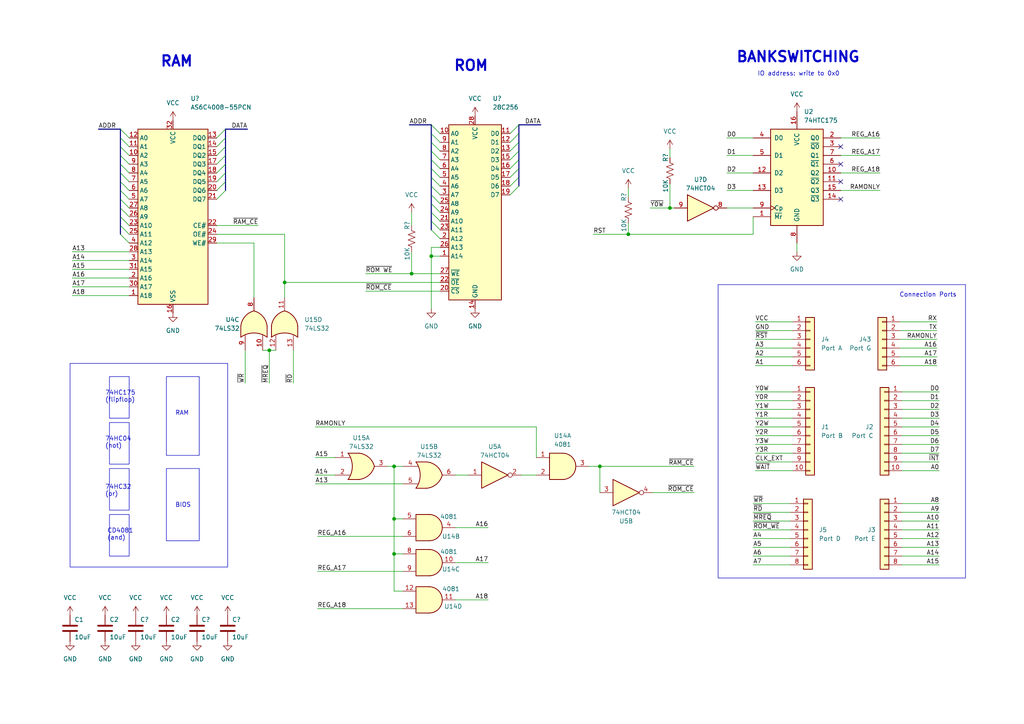
<source format=kicad_sch>
(kicad_sch (version 20230121) (generator eeschema)
  (paper "A4")
  (lib_symbols
    (symbol "4xxx:4081" (pin_names (offset 1.016))
      (property "Reference" "U" (at 0 1.27 0))
      (property "Value" "4081" (at 0 -1.27 0))
      (symbol "4081_1_1"
        (pin input line (at -7.62 2.54 0) (length 3.81) (name "~") (number "1"))
        (pin input line (at -7.62 -2.54 0) (length 3.81) (name "~") (number "2"))
        (pin output line (at 7.62 0 180) (length 3.81) (name "~") (number "3"))
      )
      (symbol "4081_1_2"
        (pin input inverted (at -7.62 2.54 0) (length 4.318) (name "~") (number "1"))
        (pin input inverted (at -7.62 -2.54 0) (length 4.318) (name "~") (number "2"))
        (pin output inverted (at 7.62 0 180) (length 3.81) (name "~") (number "3"))
      )
      (symbol "4081_2_1"
        (pin output line (at 7.62 0 180) (length 3.81) (name "~") (number "4"))
        (pin input line (at -7.62 2.54 0) (length 3.81) (name "~") (number "5"))
        (pin input line (at -7.62 -2.54 0) (length 3.81) (name "~") (number "6"))
      )
      (symbol "4081_2_2"
        (pin output inverted (at 7.62 0 180) (length 3.81) (name "~") (number "4"))
        (pin input inverted (at -7.62 2.54 0) (length 4.318) (name "~") (number "5"))
        (pin input inverted (at -7.62 -2.54 0) (length 4.318) (name "~") (number "6"))
      )
      (symbol "4081_3_1"
        (pin output line (at 7.62 0 180) (length 3.81) (name "~") (number "10"))
        (pin input line (at -7.62 2.54 0) (length 3.81) (name "~") (number "8"))
        (pin input line (at -7.62 -2.54 0) (length 3.81) (name "~") (number "9"))
      )
      (symbol "4081_3_2"
        (pin output inverted (at 7.62 0 180) (length 3.81) (name "~") (number "10"))
        (pin input inverted (at -7.62 2.54 0) (length 4.318) (name "~") (number "8"))
        (pin input inverted (at -7.62 -2.54 0) (length 4.318) (name "~") (number "9"))
      )
      (symbol "4081_4_1"
        (pin output line (at 7.62 0 180) (length 3.81) (name "~") (number "11"))
        (pin input line (at -7.62 2.54 0) (length 3.81) (name "~") (number "12"))
        (pin input line (at -7.62 -2.54 0) (length 3.81) (name "~") (number "13"))
      )
      (symbol "4081_4_2"
        (pin output inverted (at 7.62 0 180) (length 3.81) (name "~") (number "11"))
        (pin input inverted (at -7.62 2.54 0) (length 4.318) (name "~") (number "12"))
        (pin input inverted (at -7.62 -2.54 0) (length 4.318) (name "~") (number "13"))
      )
      (symbol "4081_5_0"
        (pin power_in line (at 0 12.7 270) (length 5.08) (name "VDD") (number "14"))
        (pin power_in line (at 0 -12.7 90) (length 5.08) (name "VSS") (number "7"))
      )
    )
    (symbol "74xx:74HCT04"
      (property "Reference" "U" (at 0 1.27 0))
      (property "Value" "74HCT04" (at 0 -1.27 0))
      (symbol "74HCT04_1_0"
        (pin input line (at -7.62 0 0) (length 3.81) (name "~") (number "1"))
        (pin output inverted (at 7.62 0 180) (length 3.81) (name "~") (number "2"))
      )
      (symbol "74HCT04_2_0"
        (pin input line (at -7.62 0 0) (length 3.81) (name "~") (number "3"))
        (pin output inverted (at 7.62 0 180) (length 3.81) (name "~") (number "4"))
      )
      (symbol "74HCT04_3_0"
        (pin input line (at -7.62 0 0) (length 3.81) (name "~") (number "5"))
        (pin output inverted (at 7.62 0 180) (length 3.81) (name "~") (number "6"))
      )
      (symbol "74HCT04_4_0"
        (pin output inverted (at 7.62 0 180) (length 3.81) (name "~") (number "8"))
        (pin input line (at -7.62 0 0) (length 3.81) (name "~") (number "9"))
      )
      (symbol "74HCT04_5_0"
        (pin output inverted (at 7.62 0 180) (length 3.81) (name "~") (number "10"))
        (pin input line (at -7.62 0 0) (length 3.81) (name "~") (number "11"))
      )
      (symbol "74HCT04_6_0"
        (pin output inverted (at 7.62 0 180) (length 3.81) (name "~") (number "12"))
        (pin input line (at -7.62 0 0) (length 3.81) (name "~") (number "13"))
      )
      (symbol "74HCT04_7_0"
        (pin power_in line (at 0 12.7 270) (length 5.08) (name "VCC") (number "14"))
        (pin power_in line (at 0 -12.7 90) (length 5.08) (name "GND") (number "7"))
      )
    )
    (symbol "74xx:74LS175" (pin_names (offset 1.016))
      (property "Reference" "U" (at -7.62 13.97 0))
      (property "Value" "74LS175" (at -7.62 -16.51 0))
      (symbol "74LS175_1_0"
        (pin input line (at -12.7 -12.7 0) (length 5.08) (name "~{Mr}") (number "1"))
        (pin output line (at 12.7 0 180) (length 5.08) (name "Q2") (number "10"))
        (pin output line (at 12.7 -2.54 180) (length 5.08) (name "~{Q2}") (number "11"))
        (pin input line (at -12.7 0 0) (length 5.08) (name "D2") (number "12"))
        (pin input line (at -12.7 -5.08 0) (length 5.08) (name "D3") (number "13"))
        (pin output line (at 12.7 -7.62 180) (length 5.08) (name "~{Q3}") (number "14"))
        (pin output line (at 12.7 -5.08 180) (length 5.08) (name "Q3") (number "15"))
        (pin power_in line (at 0 17.78 270) (length 5.08) (name "VCC") (number "16"))
        (pin output line (at 12.7 10.16 180) (length 5.08) (name "Q0") (number "2"))
        (pin output line (at 12.7 7.62 180) (length 5.08) (name "~{Q0}") (number "3"))
        (pin input line (at -12.7 10.16 0) (length 5.08) (name "D0") (number "4"))
        (pin input line (at -12.7 5.08 0) (length 5.08) (name "D1") (number "5"))
        (pin output line (at 12.7 2.54 180) (length 5.08) (name "~{Q1}") (number "6"))
        (pin output line (at 12.7 5.08 180) (length 5.08) (name "Q1") (number "7"))
        (pin power_in line (at 0 -20.32 90) (length 5.08) (name "GND") (number "8"))
        (pin input clock (at -12.7 -10.16 0) (length 5.08) (name "Cp") (number "9"))
      )
    )
    (symbol "74xx:74LS32" (pin_names (offset 1.016))
      (property "Reference" "U" (at 0 1.27 0))
      (property "Value" "74LS32" (at 0 -1.27 0))
      (symbol "74LS32_1_1"
        (pin input line (at -7.62 2.54 0) (length 4.318) (name "~") (number "1"))
        (pin input line (at -7.62 -2.54 0) (length 4.318) (name "~") (number "2"))
        (pin output line (at 7.62 0 180) (length 3.81) (name "~") (number "3"))
      )
      (symbol "74LS32_1_2"
        (pin input inverted (at -7.62 2.54 0) (length 3.81) (name "~") (number "1"))
        (pin input inverted (at -7.62 -2.54 0) (length 3.81) (name "~") (number "2"))
        (pin output inverted (at 7.62 0 180) (length 3.81) (name "~") (number "3"))
      )
      (symbol "74LS32_2_1"
        (pin input line (at -7.62 2.54 0) (length 4.318) (name "~") (number "4"))
        (pin input line (at -7.62 -2.54 0) (length 4.318) (name "~") (number "5"))
        (pin output line (at 7.62 0 180) (length 3.81) (name "~") (number "6"))
      )
      (symbol "74LS32_2_2"
        (pin input inverted (at -7.62 2.54 0) (length 3.81) (name "~") (number "4"))
        (pin input inverted (at -7.62 -2.54 0) (length 3.81) (name "~") (number "5"))
        (pin output inverted (at 7.62 0 180) (length 3.81) (name "~") (number "6"))
      )
      (symbol "74LS32_3_1"
        (pin input line (at -7.62 -2.54 0) (length 4.318) (name "~") (number "10"))
        (pin output line (at 7.62 0 180) (length 3.81) (name "~") (number "8"))
        (pin input line (at -7.62 2.54 0) (length 4.318) (name "~") (number "9"))
      )
      (symbol "74LS32_3_2"
        (pin input inverted (at -7.62 -2.54 0) (length 3.81) (name "~") (number "10"))
        (pin output inverted (at 7.62 0 180) (length 3.81) (name "~") (number "8"))
        (pin input inverted (at -7.62 2.54 0) (length 3.81) (name "~") (number "9"))
      )
      (symbol "74LS32_4_1"
        (pin output line (at 7.62 0 180) (length 3.81) (name "~") (number "11"))
        (pin input line (at -7.62 2.54 0) (length 4.318) (name "~") (number "12"))
        (pin input line (at -7.62 -2.54 0) (length 4.318) (name "~") (number "13"))
      )
      (symbol "74LS32_4_2"
        (pin output inverted (at 7.62 0 180) (length 3.81) (name "~") (number "11"))
        (pin input inverted (at -7.62 2.54 0) (length 3.81) (name "~") (number "12"))
        (pin input inverted (at -7.62 -2.54 0) (length 3.81) (name "~") (number "13"))
      )
      (symbol "74LS32_5_0"
        (pin power_in line (at 0 12.7 270) (length 5.08) (name "VCC") (number "14"))
        (pin power_in line (at 0 -12.7 90) (length 5.08) (name "GND") (number "7"))
      )
    )
    (symbol "Connector_Generic:Conn_01x06" (pin_names (offset 1.016) hide)
      (property "Reference" "J" (at 0 7.62 0))
      (property "Value" "Conn_01x06" (at 0 -10.16 0))
      (symbol "Conn_01x06_1_1"
        (pin passive line (at -5.08 5.08 0) (length 3.81) (name "Pin_1") (number "1"))
        (pin passive line (at -5.08 2.54 0) (length 3.81) (name "Pin_2") (number "2"))
        (pin passive line (at -5.08 0 0) (length 3.81) (name "Pin_3") (number "3"))
        (pin passive line (at -5.08 -2.54 0) (length 3.81) (name "Pin_4") (number "4"))
        (pin passive line (at -5.08 -5.08 0) (length 3.81) (name "Pin_5") (number "5"))
        (pin passive line (at -5.08 -7.62 0) (length 3.81) (name "Pin_6") (number "6"))
      )
    )
    (symbol "Connector_Generic:Conn_01x08" (pin_names (offset 1.016) hide)
      (property "Reference" "J" (at 0 10.16 0))
      (property "Value" "Conn_01x08" (at 0 -12.7 0))
      (symbol "Conn_01x08_1_1"
        (pin passive line (at -5.08 7.62 0) (length 3.81) (name "Pin_1") (number "1"))
        (pin passive line (at -5.08 5.08 0) (length 3.81) (name "Pin_2") (number "2"))
        (pin passive line (at -5.08 2.54 0) (length 3.81) (name "Pin_3") (number "3"))
        (pin passive line (at -5.08 0 0) (length 3.81) (name "Pin_4") (number "4"))
        (pin passive line (at -5.08 -2.54 0) (length 3.81) (name "Pin_5") (number "5"))
        (pin passive line (at -5.08 -5.08 0) (length 3.81) (name "Pin_6") (number "6"))
        (pin passive line (at -5.08 -7.62 0) (length 3.81) (name "Pin_7") (number "7"))
        (pin passive line (at -5.08 -10.16 0) (length 3.81) (name "Pin_8") (number "8"))
      )
    )
    (symbol "Connector_Generic:Conn_01x10" (pin_names (offset 1.016) hide)
      (property "Reference" "J" (at 0 12.7 0))
      (property "Value" "Conn_01x10" (at 0 -15.24 0))
      (symbol "Conn_01x10_1_1"
        (pin passive line (at -5.08 10.16 0) (length 3.81) (name "Pin_1") (number "1"))
        (pin passive line (at -5.08 -12.7 0) (length 3.81) (name "Pin_10") (number "10"))
        (pin passive line (at -5.08 7.62 0) (length 3.81) (name "Pin_2") (number "2"))
        (pin passive line (at -5.08 5.08 0) (length 3.81) (name "Pin_3") (number "3"))
        (pin passive line (at -5.08 2.54 0) (length 3.81) (name "Pin_4") (number "4"))
        (pin passive line (at -5.08 0 0) (length 3.81) (name "Pin_5") (number "5"))
        (pin passive line (at -5.08 -2.54 0) (length 3.81) (name "Pin_6") (number "6"))
        (pin passive line (at -5.08 -5.08 0) (length 3.81) (name "Pin_7") (number "7"))
        (pin passive line (at -5.08 -7.62 0) (length 3.81) (name "Pin_8") (number "8"))
        (pin passive line (at -5.08 -10.16 0) (length 3.81) (name "Pin_9") (number "9"))
      )
    )
    (symbol "Device:C" (pin_numbers hide) (pin_names (offset 0.254))
      (property "Reference" "C" (at 0.635 2.54 0))
      (property "Value" "C" (at 0.635 -2.54 0))
      (symbol "C_1_1"
        (pin passive line (at 0 3.81 270) (length 2.794) (name "~") (number "1"))
        (pin passive line (at 0 -3.81 90) (length 2.794) (name "~") (number "2"))
      )
    )
    (symbol "Device:R_US" (pin_numbers hide) (pin_names (offset 0))
      (property "Reference" "R" (at 2.54 0 90))
      (property "Value" "R_US" (at -2.54 0 90))
      (symbol "R_US_1_1"
        (pin passive line (at 0 3.81 270) (length 1.27) (name "~") (number "1"))
        (pin passive line (at 0 -3.81 90) (length 1.27) (name "~") (number "2"))
      )
    )
    (symbol "Memory_EEPROM:28C256"
      (property "Reference" "U" (at -7.62 26.67 0))
      (property "Value" "28C256" (at 2.54 -26.67 0))
      (symbol "28C256_1_1"
        (pin input line (at -10.16 -12.7 0) (length 2.54) (name "A14") (number "1"))
        (pin input line (at -10.16 22.86 0) (length 2.54) (name "A0") (number "10"))
        (pin tri_state line (at 10.16 22.86 180) (length 2.54) (name "D0") (number "11"))
        (pin tri_state line (at 10.16 20.32 180) (length 2.54) (name "D1") (number "12"))
        (pin tri_state line (at 10.16 17.78 180) (length 2.54) (name "D2") (number "13"))
        (pin power_in line (at 0 -27.94 90) (length 2.54) (name "GND") (number "14"))
        (pin tri_state line (at 10.16 15.24 180) (length 2.54) (name "D3") (number "15"))
        (pin tri_state line (at 10.16 12.7 180) (length 2.54) (name "D4") (number "16"))
        (pin tri_state line (at 10.16 10.16 180) (length 2.54) (name "D5") (number "17"))
        (pin tri_state line (at 10.16 7.62 180) (length 2.54) (name "D6") (number "18"))
        (pin tri_state line (at 10.16 5.08 180) (length 2.54) (name "D7") (number "19"))
        (pin input line (at -10.16 -7.62 0) (length 2.54) (name "A12") (number "2"))
        (pin input line (at -10.16 -22.86 0) (length 2.54) (name "~{CS}") (number "20"))
        (pin input line (at -10.16 -2.54 0) (length 2.54) (name "A10") (number "21"))
        (pin input line (at -10.16 -20.32 0) (length 2.54) (name "~{OE}") (number "22"))
        (pin input line (at -10.16 -5.08 0) (length 2.54) (name "A11") (number "23"))
        (pin input line (at -10.16 0 0) (length 2.54) (name "A9") (number "24"))
        (pin input line (at -10.16 2.54 0) (length 2.54) (name "A8") (number "25"))
        (pin input line (at -10.16 -10.16 0) (length 2.54) (name "A13") (number "26"))
        (pin input line (at -10.16 -17.78 0) (length 2.54) (name "~{WE}") (number "27"))
        (pin power_in line (at 0 27.94 270) (length 2.54) (name "VCC") (number "28"))
        (pin input line (at -10.16 5.08 0) (length 2.54) (name "A7") (number "3"))
        (pin input line (at -10.16 7.62 0) (length 2.54) (name "A6") (number "4"))
        (pin input line (at -10.16 10.16 0) (length 2.54) (name "A5") (number "5"))
        (pin input line (at -10.16 12.7 0) (length 2.54) (name "A4") (number "6"))
        (pin input line (at -10.16 15.24 0) (length 2.54) (name "A3") (number "7"))
        (pin input line (at -10.16 17.78 0) (length 2.54) (name "A2") (number "8"))
        (pin input line (at -10.16 20.32 0) (length 2.54) (name "A1") (number "9"))
      )
    )
    (symbol "Memory_RAM:AS6C4008-55PCN"
      (property "Reference" "U" (at -10.16 26.035 0))
      (property "Value" "AS6C4008-55PCN" (at 2.54 26.035 0))
      (symbol "AS6C4008-55PCN_0_0"
        (pin power_in line (at 0 -27.94 90) (length 2.54) (name "VSS") (number "16"))
        (pin power_in line (at 0 27.94 270) (length 2.54) (name "VCC") (number "32"))
      )
      (symbol "AS6C4008-55PCN_1_1"
        (pin input line (at -12.7 -22.86 0) (length 2.54) (name "A18") (number "1"))
        (pin input line (at -12.7 17.78 0) (length 2.54) (name "A2") (number "10"))
        (pin input line (at -12.7 20.32 0) (length 2.54) (name "A1") (number "11"))
        (pin input line (at -12.7 22.86 0) (length 2.54) (name "A0") (number "12"))
        (pin tri_state line (at 12.7 22.86 180) (length 2.54) (name "DQ0") (number "13"))
        (pin tri_state line (at 12.7 20.32 180) (length 2.54) (name "DQ1") (number "14"))
        (pin tri_state line (at 12.7 17.78 180) (length 2.54) (name "DQ2") (number "15"))
        (pin tri_state line (at 12.7 15.24 180) (length 2.54) (name "DQ3") (number "17"))
        (pin tri_state line (at 12.7 12.7 180) (length 2.54) (name "DQ4") (number "18"))
        (pin tri_state line (at 12.7 10.16 180) (length 2.54) (name "DQ5") (number "19"))
        (pin input line (at -12.7 -17.78 0) (length 2.54) (name "A16") (number "2"))
        (pin tri_state line (at 12.7 7.62 180) (length 2.54) (name "DQ6") (number "20"))
        (pin tri_state line (at 12.7 5.08 180) (length 2.54) (name "DQ7") (number "21"))
        (pin input line (at 12.7 -2.54 180) (length 2.54) (name "CE#") (number "22"))
        (pin input line (at -12.7 -2.54 0) (length 2.54) (name "A10") (number "23"))
        (pin input line (at 12.7 -5.08 180) (length 2.54) (name "OE#") (number "24"))
        (pin input line (at -12.7 -5.08 0) (length 2.54) (name "A11") (number "25"))
        (pin input line (at -12.7 0 0) (length 2.54) (name "A9") (number "26"))
        (pin input line (at -12.7 2.54 0) (length 2.54) (name "A8") (number "27"))
        (pin input line (at -12.7 -10.16 0) (length 2.54) (name "A13") (number "28"))
        (pin input line (at 12.7 -7.62 180) (length 2.54) (name "WE#") (number "29"))
        (pin input line (at -12.7 -12.7 0) (length 2.54) (name "A14") (number "3"))
        (pin input line (at -12.7 -20.32 0) (length 2.54) (name "A17") (number "30"))
        (pin input line (at -12.7 -15.24 0) (length 2.54) (name "A15") (number "31"))
        (pin input line (at -12.7 -7.62 0) (length 2.54) (name "A12") (number "4"))
        (pin input line (at -12.7 5.08 0) (length 2.54) (name "A7") (number "5"))
        (pin input line (at -12.7 7.62 0) (length 2.54) (name "A6") (number "6"))
        (pin input line (at -12.7 10.16 0) (length 2.54) (name "A5") (number "7"))
        (pin input line (at -12.7 12.7 0) (length 2.54) (name "A4") (number "8"))
        (pin input line (at -12.7 15.24 0) (length 2.54) (name "A3") (number "9"))
      )
    )
    (symbol "power:GND" (power) (pin_names (offset 0))
      (property "Value" "GND" (at 0 -3.81 0))
      (symbol "GND_1_1"
        (pin power_in line (at 0 0 270) (length 0) hide (name "GND") (number "1"))
      )
    )
    (symbol "power:VCC" (power) (pin_names (offset 0))
      (property "Value" "VCC" (at 0 3.81 0))
      (symbol "VCC_1_1"
        (pin power_in line (at 0 0 90) (length 0) hide (name "VCC") (number "1"))
      )
    )
  )
  (junction (at 182.245 67.945))
  (junction (at 114.3 160.655))
  (junction (at 78.105 101.6))
  (junction (at 114.3 150.495))
  (junction (at 125.095 74.295))
  (junction (at 194.31 60.325))
  (junction (at 173.99 135.255))
  (junction (at 82.55 81.915))
  (junction (at 119.38 79.375))
  (junction (at 114.3 135.255))
  (no_connect (at 243.84 52.705))
  (no_connect (at 243.84 47.625))
  (no_connect (at 243.84 57.785))
  (no_connect (at 243.84 42.545))
  (bus_entry (at 34.925 47.625) (size 2.54 2.54))
  (bus_entry (at 150.495 53.975) (size -2.54 2.54))
  (bus_entry (at 125.095 53.975) (size 2.54 2.54))
  (bus_entry (at 150.495 43.815) (size -2.54 2.54))
  (bus_entry (at 34.925 65.405) (size 2.54 2.54))
  (bus_entry (at 125.095 56.515) (size 2.54 2.54))
  (bus_entry (at 125.095 61.595) (size 2.54 2.54))
  (bus_entry (at 125.095 41.275) (size 2.54 2.54))
  (bus_entry (at 34.925 62.865) (size 2.54 2.54))
  (bus_entry (at 150.495 51.435) (size -2.54 2.54))
  (bus_entry (at 125.095 64.135) (size 2.54 2.54))
  (bus_entry (at 125.095 66.675) (size 2.54 2.54))
  (bus_entry (at 65.405 50.165) (size -2.54 2.54))
  (bus_entry (at 65.405 40.005) (size -2.54 2.54))
  (bus_entry (at 34.925 40.005) (size 2.54 2.54))
  (bus_entry (at 150.495 36.195) (size -2.54 2.54))
  (bus_entry (at 34.925 60.325) (size 2.54 2.54))
  (bus_entry (at 125.095 43.815) (size 2.54 2.54))
  (bus_entry (at 34.925 42.545) (size 2.54 2.54))
  (bus_entry (at 125.095 48.895) (size 2.54 2.54))
  (bus_entry (at 34.925 37.465) (size 2.54 2.54))
  (bus_entry (at 65.405 47.625) (size -2.54 2.54))
  (bus_entry (at 150.495 38.735) (size -2.54 2.54))
  (bus_entry (at 125.095 51.435) (size 2.54 2.54))
  (bus_entry (at 125.095 36.195) (size 2.54 2.54))
  (bus_entry (at 65.405 55.245) (size -2.54 2.54))
  (bus_entry (at 125.095 59.055) (size 2.54 2.54))
  (bus_entry (at 65.405 42.545) (size -2.54 2.54))
  (bus_entry (at 34.925 50.165) (size 2.54 2.54))
  (bus_entry (at 150.495 48.895) (size -2.54 2.54))
  (bus_entry (at 150.495 41.275) (size -2.54 2.54))
  (bus_entry (at 34.925 67.945) (size 2.54 2.54))
  (bus_entry (at 34.925 45.085) (size 2.54 2.54))
  (bus_entry (at 65.405 45.085) (size -2.54 2.54))
  (bus_entry (at 65.405 37.465) (size -2.54 2.54))
  (bus_entry (at 65.405 52.705) (size -2.54 2.54))
  (bus_entry (at 125.095 38.735) (size 2.54 2.54))
  (bus_entry (at 125.095 46.355) (size 2.54 2.54))
  (bus_entry (at 34.925 52.705) (size 2.54 2.54))
  (bus_entry (at 150.495 46.355) (size -2.54 2.54))
  (bus_entry (at 34.925 55.245) (size 2.54 2.54))
  (bus_entry (at 34.925 57.785) (size 2.54 2.54))
  (wire (pts (xy 114.3 171.45) (xy 116.84 171.45)))
  (wire (pts (xy 272.415 116.205) (xy 261.62 116.205)))
  (bus (pts (xy 118.745 36.195) (xy 125.095 36.195)))
  (wire (pts (xy 210.82 55.245) (xy 218.44 55.245)))
  (wire (pts (xy 271.78 103.505) (xy 260.985 103.505)))
  (wire (pts (xy 218.44 153.67) (xy 229.235 153.67)))
  (wire (pts (xy 218.44 151.13) (xy 229.235 151.13)))
  (wire (pts (xy 151.13 137.795) (xy 155.575 137.795)))
  (wire (pts (xy 219.075 131.445) (xy 229.87 131.445)))
  (wire (pts (xy 272.415 128.905) (xy 261.62 128.905)))
  (wire (pts (xy 219.075 136.525) (xy 229.87 136.525)))
  (wire (pts (xy 194.31 60.325) (xy 195.58 60.325)))
  (wire (pts (xy 73.66 86.36) (xy 73.66 70.485)))
  (wire (pts (xy 188.595 60.325) (xy 194.31 60.325)))
  (wire (pts (xy 82.55 86.36) (xy 82.55 81.915)))
  (bus (pts (xy 125.095 43.815) (xy 125.095 41.275)))
  (bus (pts (xy 65.405 50.165) (xy 65.405 47.625)))
  (wire (pts (xy 219.075 123.825) (xy 229.87 123.825)))
  (bus (pts (xy 34.925 40.005) (xy 34.925 37.465)))
  (bus (pts (xy 150.495 38.735) (xy 150.495 36.195)))
  (wire (pts (xy 91.44 123.825) (xy 155.575 123.825)))
  (wire (pts (xy 20.955 75.565) (xy 37.465 75.565)))
  (wire (pts (xy 119.38 73.025) (xy 119.38 79.375)))
  (wire (pts (xy 182.245 67.945) (xy 182.245 64.77)))
  (wire (pts (xy 219.075 93.345) (xy 229.87 93.345)))
  (wire (pts (xy 255.27 40.005) (xy 243.84 40.005)))
  (bus (pts (xy 34.925 57.785) (xy 34.925 55.245)))
  (wire (pts (xy 219.075 121.285) (xy 229.87 121.285)))
  (bus (pts (xy 125.095 51.435) (xy 125.095 48.895)))
  (bus (pts (xy 65.405 42.545) (xy 65.405 40.005)))
  (wire (pts (xy 73.66 70.485) (xy 62.865 70.485)))
  (wire (pts (xy 271.78 93.345) (xy 260.985 93.345)))
  (wire (pts (xy 218.44 67.945) (xy 218.44 62.865)))
  (bus (pts (xy 125.095 64.135) (xy 125.095 61.595)))
  (wire (pts (xy 272.415 121.285) (xy 261.62 121.285)))
  (wire (pts (xy 132.08 173.99) (xy 141.605 173.99)))
  (bus (pts (xy 125.095 38.735) (xy 125.095 36.195)))
  (wire (pts (xy 219.075 106.045) (xy 229.87 106.045)))
  (wire (pts (xy 182.245 67.945) (xy 218.44 67.945)))
  (wire (pts (xy 218.44 148.59) (xy 229.235 148.59)))
  (wire (pts (xy 219.075 128.905) (xy 229.87 128.905)))
  (wire (pts (xy 272.415 131.445) (xy 261.62 131.445)))
  (wire (pts (xy 219.075 103.505) (xy 229.87 103.505)))
  (wire (pts (xy 125.095 74.295) (xy 127.635 74.295)))
  (bus (pts (xy 150.495 48.895) (xy 150.495 46.355)))
  (bus (pts (xy 125.095 53.975) (xy 125.095 51.435)))
  (wire (pts (xy 271.78 100.965) (xy 260.985 100.965)))
  (wire (pts (xy 76.2 101.6) (xy 78.105 101.6)))
  (wire (pts (xy 114.3 160.655) (xy 116.84 160.655)))
  (wire (pts (xy 172.085 67.945) (xy 182.245 67.945)))
  (wire (pts (xy 114.3 150.495) (xy 114.3 160.655)))
  (wire (pts (xy 218.44 146.05) (xy 229.235 146.05)))
  (bus (pts (xy 125.095 56.515) (xy 125.095 53.975)))
  (wire (pts (xy 272.415 151.13) (xy 261.62 151.13)))
  (wire (pts (xy 125.095 89.535) (xy 125.095 74.295)))
  (bus (pts (xy 150.495 43.815) (xy 150.495 41.275)))
  (wire (pts (xy 132.08 153.035) (xy 141.605 153.035)))
  (wire (pts (xy 272.415 123.825) (xy 261.62 123.825)))
  (bus (pts (xy 150.495 46.355) (xy 150.495 43.815)))
  (wire (pts (xy 272.415 113.665) (xy 261.62 113.665)))
  (wire (pts (xy 78.105 101.6) (xy 80.01 101.6)))
  (bus (pts (xy 34.925 45.085) (xy 34.925 42.545)))
  (wire (pts (xy 71.12 101.6) (xy 71.12 111.125)))
  (wire (pts (xy 106.045 79.375) (xy 119.38 79.375)))
  (bus (pts (xy 34.925 67.945) (xy 34.925 65.405)))
  (wire (pts (xy 82.55 81.915) (xy 82.55 67.945)))
  (wire (pts (xy 231.14 70.485) (xy 231.14 73.025)))
  (bus (pts (xy 150.495 53.975) (xy 150.495 51.435)))
  (wire (pts (xy 92.075 176.53) (xy 116.84 176.53)))
  (wire (pts (xy 272.415 153.67) (xy 261.62 153.67)))
  (wire (pts (xy 194.31 43.18) (xy 194.31 45.72)))
  (wire (pts (xy 62.865 65.405) (xy 74.93 65.405)))
  (wire (pts (xy 20.955 78.105) (xy 37.465 78.105)))
  (wire (pts (xy 132.08 163.195) (xy 141.605 163.195)))
  (wire (pts (xy 210.82 40.005) (xy 218.44 40.005)))
  (bus (pts (xy 65.405 52.705) (xy 65.405 50.165)))
  (wire (pts (xy 91.44 132.715) (xy 97.155 132.715)))
  (wire (pts (xy 62.865 67.945) (xy 82.55 67.945)))
  (wire (pts (xy 82.55 81.915) (xy 127.635 81.915)))
  (bus (pts (xy 125.095 66.675) (xy 125.095 64.135)))
  (bus (pts (xy 34.925 60.325) (xy 34.925 57.785)))
  (wire (pts (xy 78.105 101.6) (xy 78.105 111.125)))
  (bus (pts (xy 125.095 48.895) (xy 125.095 46.355)))
  (bus (pts (xy 125.095 59.055) (xy 125.095 56.515)))
  (bus (pts (xy 125.095 61.595) (xy 125.095 59.055)))
  (wire (pts (xy 255.27 45.085) (xy 243.84 45.085)))
  (wire (pts (xy 271.78 95.885) (xy 260.985 95.885)))
  (wire (pts (xy 173.99 135.255) (xy 173.99 142.875)))
  (bus (pts (xy 34.925 55.245) (xy 34.925 52.705)))
  (wire (pts (xy 272.415 161.29) (xy 261.62 161.29)))
  (wire (pts (xy 170.815 135.255) (xy 173.99 135.255)))
  (bus (pts (xy 65.405 40.005) (xy 65.405 37.465)))
  (wire (pts (xy 91.44 137.795) (xy 97.155 137.795)))
  (wire (pts (xy 272.415 148.59) (xy 261.62 148.59)))
  (wire (pts (xy 272.415 118.745) (xy 261.62 118.745)))
  (wire (pts (xy 20.955 73.025) (xy 37.465 73.025)))
  (bus (pts (xy 65.405 37.465) (xy 71.755 37.465)))
  (wire (pts (xy 218.44 163.83) (xy 229.235 163.83)))
  (wire (pts (xy 91.44 140.335) (xy 116.84 140.335)))
  (wire (pts (xy 92.075 165.735) (xy 116.84 165.735)))
  (wire (pts (xy 272.415 163.83) (xy 261.62 163.83)))
  (bus (pts (xy 65.405 47.625) (xy 65.405 45.085)))
  (bus (pts (xy 34.925 47.625) (xy 34.925 45.085)))
  (wire (pts (xy 20.955 83.185) (xy 37.465 83.185)))
  (wire (pts (xy 114.3 150.495) (xy 116.84 150.495)))
  (wire (pts (xy 272.415 136.525) (xy 261.62 136.525)))
  (wire (pts (xy 272.415 158.75) (xy 261.62 158.75)))
  (wire (pts (xy 173.99 135.255) (xy 201.295 135.255)))
  (wire (pts (xy 272.415 156.21) (xy 261.62 156.21)))
  (wire (pts (xy 189.23 142.875) (xy 201.295 142.875)))
  (bus (pts (xy 150.495 41.275) (xy 150.495 38.735)))
  (wire (pts (xy 272.415 146.05) (xy 261.62 146.05)))
  (bus (pts (xy 65.405 55.245) (xy 65.405 52.705)))
  (wire (pts (xy 114.3 160.655) (xy 114.3 171.45)))
  (bus (pts (xy 34.925 50.165) (xy 34.925 47.625)))
  (wire (pts (xy 112.395 135.255) (xy 114.3 135.255)))
  (wire (pts (xy 182.245 54.61) (xy 182.245 57.15)))
  (wire (pts (xy 119.38 79.375) (xy 127.635 79.375)))
  (bus (pts (xy 65.405 45.085) (xy 65.405 42.545)))
  (bus (pts (xy 125.095 46.355) (xy 125.095 43.815)))
  (bus (pts (xy 150.495 51.435) (xy 150.495 48.895)))
  (bus (pts (xy 28.575 37.465) (xy 34.925 37.465)))
  (bus (pts (xy 150.495 36.195) (xy 156.845 36.195)))
  (bus (pts (xy 34.925 65.405) (xy 34.925 62.865)))
  (wire (pts (xy 219.075 100.965) (xy 229.87 100.965)))
  (wire (pts (xy 210.82 45.085) (xy 218.44 45.085)))
  (wire (pts (xy 106.045 84.455) (xy 127.635 84.455)))
  (wire (pts (xy 218.44 161.29) (xy 229.235 161.29)))
  (wire (pts (xy 155.575 123.825) (xy 155.575 132.715)))
  (wire (pts (xy 85.09 101.6) (xy 85.09 111.125)))
  (wire (pts (xy 218.44 156.21) (xy 229.235 156.21)))
  (wire (pts (xy 219.075 113.665) (xy 229.87 113.665)))
  (wire (pts (xy 210.82 50.165) (xy 218.44 50.165)))
  (bus (pts (xy 34.925 62.865) (xy 34.925 60.325)))
  (wire (pts (xy 260.985 98.425) (xy 271.78 98.425)))
  (wire (pts (xy 20.955 80.645) (xy 37.465 80.645)))
  (wire (pts (xy 125.095 71.755) (xy 127.635 71.755)))
  (wire (pts (xy 219.075 98.425) (xy 229.87 98.425)))
  (wire (pts (xy 272.415 126.365) (xy 261.62 126.365)))
  (wire (pts (xy 20.955 85.725) (xy 37.465 85.725)))
  (wire (pts (xy 219.075 126.365) (xy 229.87 126.365)))
  (wire (pts (xy 272.415 133.985) (xy 261.62 133.985)))
  (wire (pts (xy 219.075 133.985) (xy 229.87 133.985)))
  (bus (pts (xy 34.925 52.705) (xy 34.925 50.165)))
  (wire (pts (xy 271.78 106.045) (xy 260.985 106.045)))
  (wire (pts (xy 218.44 158.75) (xy 229.235 158.75)))
  (wire (pts (xy 219.075 116.205) (xy 229.87 116.205)))
  (wire (pts (xy 132.08 137.795) (xy 135.89 137.795)))
  (wire (pts (xy 119.38 61.595) (xy 119.38 65.405)))
  (wire (pts (xy 125.095 74.295) (xy 125.095 71.755)))
  (wire (pts (xy 114.3 135.255) (xy 114.3 150.495)))
  (wire (pts (xy 219.075 118.745) (xy 229.87 118.745)))
  (wire (pts (xy 114.3 135.255) (xy 116.84 135.255)))
  (wire (pts (xy 219.075 95.885) (xy 229.87 95.885)))
  (wire (pts (xy 92.075 155.575) (xy 116.84 155.575)))
  (bus (pts (xy 125.095 41.275) (xy 125.095 38.735)))
  (wire (pts (xy 255.27 50.165) (xy 243.84 50.165)))
  (wire (pts (xy 243.84 55.245) (xy 255.27 55.245)))
  (wire (pts (xy 194.31 53.34) (xy 194.31 60.325)))
  (wire (pts (xy 210.82 60.325) (xy 218.44 60.325)))
  (bus (pts (xy 34.925 42.545) (xy 34.925 40.005)))
  (rectangle (start 48.26 135.89) (end 57.785 156.845))
  (rectangle (start 48.26 109.22) (end 57.785 132.08))
  (rectangle (start 208.28 82.55) (end 280.035 167.64))
  (rectangle (start 31.75 149.225) (end 37.465 161.29))
  (rectangle (start 20.32 105.41) (end 66.04 164.465))
  (rectangle (start 31.75 122.555) (end 37.465 134.62))
  (rectangle (start 31.75 135.89) (end 37.465 147.955))
  (rectangle (start 31.75 109.22) (end 37.465 121.285))
  (text "CD4081\n(and)" (at 31.115 156.845 0) (effects (font (size 1.27 1.27)) (justify left bottom)))
  (text "74HC32\n(or)" (at 30.48 144.145 0) (effects (font (size 1.27 1.27)) (justify left bottom)))
  (text "RAM" (at 46.355 19.685 0) (effects (font (size 3 3) (thickness 0.6) bold) (justify left bottom)))
  (text "Connection Ports" (at 277.495 86.36 0) (effects (font (size 1.27 1.27)) (justify right bottom)))
  (text "BIOS\n" (at 50.8 147.32 0) (effects (font (size 1.27 1.27)) (justify left bottom)))
  (text "74HC04\n(not)" (at 30.48 130.175 0) (effects (font (size 1.27 1.27)) (justify left bottom)))
  (text "BANKSWITCHING" (at 213.36 18.415 0) (effects (font (size 3 3) (thickness 0.6) bold) (justify left bottom)))
  (text "74HC175\n(flipflop)" (at 30.48 116.84 0) (effects (font (size 1.27 1.27)) (justify left bottom)))
  (text "IO address: write to 0x0" (at 219.71 22.225 0) (effects (font (size 1.27 1.27)) (justify left bottom)))
  (text "ROM" (at 131.445 20.955 0) (effects (font (size 3 3) (thickness 0.6) bold) (justify left bottom)))
  (text "RAM" (at 50.8 120.65 0) (effects (font (size 1.27 1.27)) (justify left bottom)))
  (label "D3" (at 210.82 55.245 0))
  (label "Y1R" (at 219.075 121.285 0))
  (label "Y1W" (at 219.075 118.745 0))
  (label "A12" (at 272.415 156.21 180))
  (label "D2" (at 210.82 50.165 0))
  (label "Y3R" (at 219.075 131.445 0))
  (label "RAMONLY" (at 91.44 123.825 0))
  (label "~{ROM_WE}" (at 218.44 153.67 0))
  (label "A9" (at 272.415 148.59 180))
  (label "DATA" (at 71.755 37.465 180))
  (label "ADDR" (at 118.745 36.195 0))
  (label "D3" (at 272.415 121.285 180))
  (label "A16" (at 271.78 100.965 180))
  (label "~{ROM_CE}" (at 106.045 84.455 0))
  (label "A3" (at 219.075 100.965 0))
  (label "A14" (at 91.44 137.795 0))
  (label "CLK_EXT" (at 219.075 133.985 0))
  (label "TX" (at 271.78 95.885 180))
  (label "A2" (at 219.075 103.505 0))
  (label "~{MREQ}" (at 218.44 151.13 0))
  (label "A4" (at 218.44 156.21 0))
  (label "A5" (at 218.44 158.75 0))
  (label "REG_A18" (at 92.075 176.53 0))
  (label "Y0R" (at 219.075 116.205 0))
  (label "D7" (at 272.415 131.445 180))
  (label "~{WAIT}" (at 219.075 136.525 0))
  (label "~{WR}" (at 218.44 146.05 0))
  (label "REG_A17" (at 255.27 45.085 180))
  (label "~{Y0W}" (at 188.595 60.325 0))
  (label "A7" (at 218.44 163.83 0))
  (label "~{RD}" (at 85.09 111.125 90))
  (label "REG_A18" (at 255.27 50.165 180))
  (label "~{ROM_CE}" (at 201.295 142.875 180))
  (label "GND" (at 219.075 95.885 0))
  (label "~{RD}" (at 218.44 148.59 0))
  (label "RAMONLY" (at 255.27 55.245 180))
  (label "REG_A16" (at 92.075 155.575 0))
  (label "~{MREQ}" (at 78.105 111.125 90))
  (label "Y2R" (at 219.075 126.365 0))
  (label "A6" (at 218.44 161.29 0))
  (label "A11" (at 272.415 153.67 180))
  (label "A17" (at 271.78 103.505 180))
  (label "D0" (at 272.415 113.665 180))
  (label "ADDR" (at 28.575 37.465 0))
  (label "A17" (at 20.955 83.185 0))
  (label "A15" (at 91.44 132.715 0))
  (label "A15" (at 20.955 78.105 0))
  (label "~{RST}" (at 219.075 98.425 0))
  (label "A15" (at 272.415 163.83 180))
  (label "A1" (at 219.075 106.045 0))
  (label "A14" (at 272.415 161.29 180))
  (label "D4" (at 272.415 123.825 180))
  (label "VCC" (at 219.075 93.345 0))
  (label "A13" (at 20.955 73.025 0))
  (label "Y2W" (at 219.075 123.825 0))
  (label "A18" (at 141.605 173.99 180))
  (label "A0" (at 272.415 136.525 180))
  (label "D6" (at 272.415 128.905 180))
  (label "A16" (at 20.955 80.645 0))
  (label "A10" (at 272.415 151.13 180))
  (label "D5" (at 272.415 126.365 180))
  (label "A13" (at 91.44 140.335 0))
  (label "D0" (at 210.82 40.005 0))
  (label "~{ROM WE}" (at 106.045 79.375 0))
  (label "D1" (at 210.82 45.085 0))
  (label "A13" (at 272.415 158.75 180))
  (label "~{RAM_CE}" (at 74.93 65.405 180))
  (label "Y0W" (at 219.075 113.665 0))
  (label "RST" (at 172.085 67.945 0))
  (label "A8" (at 272.415 146.05 180))
  (label "DATA" (at 156.845 36.195 180))
  (label "RAMONLY" (at 271.78 98.425 180))
  (label "A18" (at 271.78 106.045 180))
  (label "A16" (at 141.605 153.035 180))
  (label "~{WR}" (at 71.12 111.125 90))
  (label "~{RAM_CE}" (at 201.295 135.255 180))
  (label "A14" (at 20.955 75.565 0))
  (label "REG_A16" (at 255.27 40.005 180))
  (label "Y3W" (at 219.075 128.905 0))
  (label "RX" (at 271.78 93.345 180))
  (label "D2" (at 272.415 118.745 180))
  (label "A17" (at 141.605 163.195 180))
  (label "~{INT}" (at 272.415 133.985 180))
  (label "REG_A17" (at 92.075 165.735 0))
  (label "A18" (at 20.955 85.725 0))
  (label "D1" (at 272.415 116.205 180))
  (symbol (lib_id "power:VCC") (at 39.37 178.435 0) (unit 1)
    (property "Reference" "#PWR?" (effects hide))
    (property "Value" "VCC" (at 39.37 173.355 0))
    (instances (project "fortuna-s" (path "" (reference "#PWR?") (unit 1)) (path "" (reference "#PWR026") (unit 1))) (project "fortuna-box" (path "" (reference "#PWR073") (unit 1))))
  )
  (symbol (lib_id "4xxx:4081") (at 124.46 153.035 0) (unit 2)
    (property "Reference" "U14" (at 130.81 155.575 0))
    (property "Value" "4081" (at 130.175 149.86 0))
    (property "Datasheet" "http://www.intersil.com/content/dam/Intersil/documents/cd40/cd4073bms-81bms-82bms.pdf" (effects hide))
  )
  (symbol (lib_id "Device:C") (at 48.26 182.245 0) (unit 1)
    (property "Reference" "C2" (at 49.53 179.705 0) (effects (justify left)))
    (property "Value" "10uF" (at 49.53 184.785 0) (effects (justify left)))
    (instances (project "fortuna-s" (path "" (reference "C2") (unit 1)) (path "" (reference "C3") (unit 1))) (project "fortuna-box" (path "" (reference "C16") (unit 1))))
  )
  (symbol (lib_id "power:VCC") (at 119.38 61.595 0) (unit 1)
    (property "Reference" "#PWR?" (effects hide))
    (property "Value" "VCC" (at 119.38 56.515 0))
    (instances (project "fortuna-s" (path "" (reference "#PWR?") (unit 1)) (path "" (reference "#PWR020") (unit 1))) (project "fortuna-box" (path "" (reference "#PWR081") (unit 1))))
  )
  (symbol (lib_id "power:VCC") (at 57.15 178.435 0) (unit 1)
    (property "Reference" "#PWR?" (effects hide))
    (property "Value" "VCC" (at 57.15 173.355 0))
    (instances (project "fortuna-s" (path "" (reference "#PWR?") (unit 1)) (path "" (reference "#PWR026") (unit 1))) (project "fortuna-box" (path "" (reference "#PWR079") (unit 1))))
  )
  (symbol (lib_id "Device:R_US") (at 119.38 69.215 180) (unit 1)
    (property "Reference" "R?" (at 118.11 66.675 90) (effects (justify right)))
    (property "Value" "10K" (at 118.11 75.565 90) (effects (justify right)))
    (instances (project "fortuna-s" (path "" (reference "R?") (unit 1)) (path "" (reference "R4") (unit 1))) (project "fortuna-box" (path "" (reference "R26") (unit 1))))
  )
  (symbol (lib_id "power:VCC") (at 50.165 34.925 0) (unit 1)
    (property "Reference" "#PWR?" (effects hide))
    (property "Value" "VCC" (at 50.165 29.845 0))
    (instances (project "fortuna-s" (path "" (reference "#PWR?") (unit 1)) (path "" (reference "#PWR013") (unit 1))) (project "fortuna-box" (path "" (reference "#PWR077") (unit 1))))
  )
  (symbol (lib_id "Connector_Generic:Conn_01x06") (at 234.95 98.425 0) (unit 1)
    (property "Reference" "J4" (at 238.125 98.425 0) (effects (justify left)))
    (property "Value" "Port A" (at 238.125 100.965 0) (effects (justify left)))
    (instances (project "fortuna-box" (path "" (reference "J4") (unit 1)) (path "" (reference "J7") (unit 1)) (path "" (reference "J41") (unit 1))))
  )
  (symbol (lib_id "power:GND") (at 50.165 90.805 0) (unit 1)
    (property "Reference" "#PWR?" (effects hide))
    (property "Value" "GND" (at 50.165 95.885 0))
    (instances (project "fortuna-s" (path "" (reference "#PWR?") (unit 1)) (path "" (reference "#PWR019") (unit 1))) (project "fortuna-box" (path "" (reference "#PWR078") (unit 1))))
  )
  (symbol (lib_id "4xxx:4081") (at 163.195 135.255 0) (unit 1)
    (property "Reference" "U14" (at 163.1867 126.365 0))
    (property "Value" "4081" (at 163.1867 128.905 0))
    (property "Datasheet" "http://www.intersil.com/content/dam/Intersil/documents/cd40/cd4073bms-81bms-82bms.pdf" (effects hide))
  )
  (symbol (lib_id "Device:R_US") (at 182.245 60.96 180) (unit 1)
    (property "Reference" "R?" (at 180.975 58.42 90) (effects (justify right)))
    (property "Value" "10K" (at 180.975 67.31 90) (effects (justify right)))
    (instances (project "fortuna-s" (path "" (reference "R?") (unit 1)) (path "" (reference "R4") (unit 1))) (project "fortuna-box" (path "" (reference "R10") (unit 1))))
  )
  (symbol (lib_id "74xx:74HCT04") (at 181.61 142.875 0) (unit 2)
    (property "Reference" "U5" (at 181.61 151.13 0))
    (property "Value" "74HCT04" (at 181.61 148.59 0))
    (property "Datasheet" "https://assets.nexperia.com/documents/data-sheet/74HC_HCT04.pdf" (effects hide))
  )
  (symbol (lib_id "power:VCC") (at 20.32 178.435 0) (unit 1)
    (property "Reference" "#PWR06" (effects hide))
    (property "Value" "VCC" (at 20.32 173.355 0))
    (instances (project "fortuna-s" (path "" (reference "#PWR06") (unit 1)) (path "" (reference "#PWR08") (unit 1))) (project "fortuna-box" (path "" (reference "#PWR054") (unit 1))))
  )
  (symbol (lib_id "power:GND") (at 231.14 73.025 0) (unit 1)
    (property "Reference" "#PWR05" (effects hide))
    (property "Value" "GND" (at 231.14 78.105 0))
    (instances (project "fortuna-s" (path "" (reference "#PWR05") (unit 1)) (path "" (reference "#PWR05") (unit 1))) (project "fortuna-box" (path "" (reference "#PWR087") (unit 1))))
  )
  (symbol (lib_id "Device:C") (at 39.37 182.245 0) (unit 1)
    (property "Reference" "C?" (at 40.64 179.705 0) (effects (justify left)))
    (property "Value" "10uF" (at 40.64 184.785 0) (effects (justify left)))
    (instances (project "fortuna-s" (path "" (reference "C?") (unit 1)) (path "" (reference "C4") (unit 1))) (project "fortuna-box" (path "" (reference "C15") (unit 1))))
  )
  (symbol (lib_id "74xx:74LS175") (at 231.14 50.165 0) (unit 1)
    (property "Reference" "U2" (at 233.1594 32.385 0) (effects (justify left)))
    (property "Value" "74HTC175" (at 233.1594 34.925 0) (effects (justify left)))
    (property "Datasheet" "http://www.ti.com/lit/gpn/sn74LS175" (effects hide))
    (instances (project "fortuna-s" (path "" (reference "U2") (unit 1)) (path "" (reference "U2") (unit 1))) (project "fortuna-box" (path "" (reference "U18") (unit 1))))
  )
  (symbol (lib_id "74xx:74LS32") (at 104.775 135.255 0) (unit 1)
    (property "Reference" "U15" (at 104.775 127 0))
    (property "Value" "74LS32" (at 104.775 129.54 0))
    (property "Datasheet" "http://www.ti.com/lit/gpn/sn74LS32" (effects hide))
  )
  (symbol (lib_id "74xx:74LS32") (at 82.55 93.98 90) (unit 4)
    (property "Reference" "U15" (at 88.265 92.71 90) (effects (justify right)))
    (property "Value" "74LS32" (at 88.265 95.25 90) (effects (justify right)))
    (property "Datasheet" "http://www.ti.com/lit/gpn/sn74LS32" (effects hide))
  )
  (symbol (lib_id "power:GND") (at 137.795 89.535 0) (unit 1)
    (property "Reference" "#PWR?" (effects hide))
    (property "Value" "GND" (at 137.795 94.615 0))
    (instances (project "fortuna-s" (path "" (reference "#PWR?") (unit 1)) (path "" (reference "#PWR023") (unit 1))) (project "fortuna-box" (path "" (reference "#PWR085") (unit 1))))
  )
  (symbol (lib_id "power:VCC") (at 182.245 54.61 0) (unit 1)
    (property "Reference" "#PWR?" (effects hide))
    (property "Value" "VCC" (at 182.245 49.53 0))
    (instances (project "fortuna-s" (path "" (reference "#PWR?") (unit 1)) (path "" (reference "#PWR020") (unit 1))) (project "fortuna-box" (path "" (reference "#PWR018") (unit 1))))
  )
  (symbol (lib_id "Connector_Generic:Conn_01x10") (at 234.95 123.825 0) (unit 1)
    (property "Reference" "J1" (at 238.125 123.825 0) (effects (justify left)))
    (property "Value" "Port B" (at 238.125 126.365 0) (effects (justify left)))
    (instances (project "fortuna-box" (path "" (reference "J1") (unit 1)) (path "" (reference "J6") (unit 1))))
  )
  (symbol (lib_id "power:GND") (at 125.095 89.535 0) (unit 1)
    (property "Reference" "#PWR?" (effects hide))
    (property "Value" "GND" (at 125.095 94.615 0))
    (instances (project "fortuna-s" (path "" (reference "#PWR?") (unit 1)) (path "" (reference "#PWR021") (unit 1))) (project "fortuna-box" (path "" (reference "#PWR083") (unit 1))))
  )
  (symbol (lib_id "Device:C") (at 20.32 182.245 0) (unit 1)
    (property "Reference" "C1" (at 21.59 179.705 0) (effects (justify left)))
    (property "Value" "10uF" (at 21.59 184.785 0) (effects (justify left)))
    (instances (project "fortuna-s" (path "" (reference "C1") (unit 1)) (path "" (reference "C2") (unit 1))) (project "fortuna-box" (path "" (reference "C13") (unit 1))))
  )
  (symbol (lib_id "power:VCC") (at 48.26 178.435 0) (unit 1)
    (property "Reference" "#PWR08" (effects hide))
    (property "Value" "VCC" (at 48.26 173.355 0))
    (instances (project "fortuna-s" (path "" (reference "#PWR08") (unit 1)) (path "" (reference "#PWR024") (unit 1))) (project "fortuna-box" (path "" (reference "#PWR075") (unit 1))))
  )
  (symbol (lib_id "Connector_Generic:Conn_01x08") (at 234.315 153.67 0) (unit 1)
    (property "Reference" "J5" (at 237.49 153.67 0) (effects (justify left)))
    (property "Value" "Port D" (at 237.49 156.21 0) (effects (justify left)))
    (instances (project "fortuna-box" (path "" (reference "J5") (unit 1)) (path "" (reference "J32") (unit 1))))
  )
  (symbol (lib_id "power:VCC") (at 137.795 33.655 0) (unit 1)
    (property "Reference" "#PWR?" (effects hide))
    (property "Value" "VCC" (at 137.795 28.575 0))
    (instances (project "fortuna-s" (path "" (reference "#PWR?") (unit 1)) (path "" (reference "#PWR022") (unit 1))) (project "fortuna-box" (path "" (reference "#PWR084") (unit 1))))
  )
  (symbol (lib_id "74xx:74LS32") (at 124.46 137.795 0) (unit 2)
    (property "Reference" "U15" (at 124.46 129.54 0))
    (property "Value" "74LS32" (at 124.46 132.08 0))
    (property "Datasheet" "http://www.ti.com/lit/gpn/sn74LS32" (effects hide))
  )
  (symbol (lib_id "4xxx:4081") (at 124.46 173.99 0) (unit 4)
    (property "Reference" "U14" (at 131.445 175.895 0))
    (property "Value" "4081" (at 130.81 170.815 0))
    (property "Datasheet" "http://www.intersil.com/content/dam/Intersil/documents/cd40/cd4073bms-81bms-82bms.pdf" (effects hide))
  )
  (symbol (lib_id "Connector_Generic:Conn_01x06") (at 255.905 98.425 0) (mirror y) (unit 1)
    (property "Reference" "J43" (at 252.73 98.425 0) (effects (justify left)))
    (property "Value" "Port G" (at 252.73 100.965 0) (effects (justify left)))
    (instances (project "fortuna-box" (path "" (reference "J43") (unit 1)) (path "" (reference "J33") (unit 1)) (path "" (reference "J42") (unit 1))))
  )
  (symbol (lib_id "Connector_Generic:Conn_01x08") (at 256.54 153.67 0) (mirror y) (unit 1)
    (property "Reference" "J3" (at 254 153.67 0) (effects (justify left)))
    (property "Value" "Port E" (at 254 156.21 0) (effects (justify left)))
    (instances (project "fortuna-box" (path "" (reference "J3") (unit 1)) (path "" (reference "J46") (unit 1))))
  )
  (symbol (lib_id "4xxx:4081") (at 124.46 163.195 0) (unit 3)
    (property "Reference" "U14" (at 130.81 165.1 0))
    (property "Value" "4081" (at 130.175 160.02 0))
    (property "Datasheet" "http://www.intersil.com/content/dam/Intersil/documents/cd40/cd4073bms-81bms-82bms.pdf" (effects hide))
  )
  (symbol (lib_id "power:VCC") (at 231.14 32.385 0) (unit 1)
    (property "Reference" "#PWR04" (effects hide))
    (property "Value" "VCC" (at 231.14 27.305 0))
    (instances (project "fortuna-s" (path "" (reference "#PWR04") (unit 1)) (path "" (reference "#PWR04") (unit 1))) (project "fortuna-box" (path "" (reference "#PWR086") (unit 1))))
  )
  (symbol (lib_id "power:GND") (at 39.37 186.055 0) (unit 1)
    (property "Reference" "#PWR?" (effects hide))
    (property "Value" "GND" (at 39.37 191.135 0))
    (instances (project "fortuna-s" (path "" (reference "#PWR?") (unit 1)) (path "" (reference "#PWR027") (unit 1))) (project "fortuna-box" (path "" (reference "#PWR074") (unit 1))))
  )
  (symbol (lib_id "Device:R_US") (at 194.31 49.53 180) (unit 1)
    (property "Reference" "R?" (at 193.04 46.99 90) (effects (justify right)))
    (property "Value" "10K" (at 193.04 55.88 90) (effects (justify right)))
    (instances (project "fortuna-s" (path "" (reference "R?") (unit 1)) (path "" (reference "R4") (unit 1))) (project "fortuna-box" (path "" (reference "R9") (unit 1))))
  )
  (symbol (lib_id "power:VCC") (at 30.48 178.435 0) (unit 1)
    (property "Reference" "#PWR08" (effects hide))
    (property "Value" "VCC" (at 30.48 173.355 0))
    (instances (project "fortuna-s" (path "" (reference "#PWR08") (unit 1)) (path "" (reference "#PWR024") (unit 1))) (project "fortuna-box" (path "" (reference "#PWR070") (unit 1))))
  )
  (symbol (lib_id "74xx:74HCT04") (at 203.2 60.325 0) (unit 4)
    (property "Reference" "U?" (at 203.2 52.07 0))
    (property "Value" "74HCT04" (at 203.2 54.61 0))
    (property "Datasheet" "https://assets.nexperia.com/documents/data-sheet/74HC_HCT04.pdf" (effects hide))
    (instances (project "fortuna-s" (path "" (reference "U?") (unit 4)) (path "" (reference "U10") (unit 2))) (project "fortuna-box" (path "" (reference "U17") (unit 4))))
  )
  (symbol (lib_id "Device:C") (at 66.04 182.245 0) (unit 1)
    (property "Reference" "C?" (at 67.31 179.705 0) (effects (justify left)))
    (property "Value" "10uF" (at 67.31 184.785 0) (effects (justify left)))
    (instances (project "fortuna-s" (path "" (reference "C?") (unit 1)) (path "" (reference "C4") (unit 1))) (project "fortuna-box" (path "" (reference "C5") (unit 1))))
  )
  (symbol (lib_id "power:GND") (at 66.04 186.055 0) (unit 1)
    (property "Reference" "#PWR?" (effects hide))
    (property "Value" "GND" (at 66.04 191.135 0))
    (instances (project "fortuna-s" (path "" (reference "#PWR?") (unit 1)) (path "" (reference "#PWR027") (unit 1))) (project "fortuna-box" (path "" (reference "#PWR016") (unit 1))))
  )
  (symbol (lib_id "power:GND") (at 30.48 186.055 0) (unit 1)
    (property "Reference" "#PWR09" (effects hide))
    (property "Value" "GND" (at 30.48 191.135 0))
    (instances (project "fortuna-s" (path "" (reference "#PWR09") (unit 1)) (path "" (reference "#PWR025") (unit 1))) (project "fortuna-box" (path "" (reference "#PWR071") (unit 1))))
  )
  (symbol (lib_id "power:VCC") (at 194.31 43.18 0) (unit 1)
    (property "Reference" "#PWR?" (effects hide))
    (property "Value" "VCC" (at 194.31 38.1 0))
    (instances (project "fortuna-s" (path "" (reference "#PWR?") (unit 1)) (path "" (reference "#PWR020") (unit 1))) (project "fortuna-box" (path "" (reference "#PWR017") (unit 1))))
  )
  (symbol (lib_id "power:VCC") (at 66.04 178.435 0) (unit 1)
    (property "Reference" "#PWR?" (effects hide))
    (property "Value" "VCC" (at 66.04 173.355 0))
    (instances (project "fortuna-s" (path "" (reference "#PWR?") (unit 1)) (path "" (reference "#PWR026") (unit 1))) (project "fortuna-box" (path "" (reference "#PWR015") (unit 1))))
  )
  (symbol (lib_id "74xx:74HCT04") (at 143.51 137.795 0) (unit 1)
    (property "Reference" "U5" (at 143.51 129.54 0))
    (property "Value" "74HCT04" (at 143.51 132.08 0))
    (property "Datasheet" "https://assets.nexperia.com/documents/data-sheet/74HC_HCT04.pdf" (effects hide))
  )
  (symbol (lib_id "Memory_RAM:AS6C4008-55PCN") (at 50.165 62.865 0) (unit 1)
    (property "Reference" "U?" (at 55.245 28.575 0) (effects (justify left)))
    (property "Value" "AS6C4008-55PCN" (at 55.245 31.115 0) (effects (justify left)))
    (property "Footprint" "Package_DIP:DIP-32_W15.24mm" (effects hide))
    (property "Datasheet" "https://www.alliancememory.com/wp-content/uploads/pdf/AS6C4008.pdf" (effects hide))
    (instances (project "fortuna-s" (path "" (reference "U?") (unit 1)) (path "" (reference "U3") (unit 1))) (project "fortuna-box" (path "" (reference "U13") (unit 1))))
  )
  (symbol (lib_id "power:GND") (at 20.32 186.055 0) (unit 1)
    (property "Reference" "#PWR07" (effects hide))
    (property "Value" "GND" (at 20.32 191.135 0))
    (instances (project "fortuna-s" (path "" (reference "#PWR07") (unit 1)) (path "" (reference "#PWR09") (unit 1))) (project "fortuna-box" (path "" (reference "#PWR069") (unit 1))))
  )
  (symbol (lib_id "power:GND") (at 57.15 186.055 0) (unit 1)
    (property "Reference" "#PWR?" (effects hide))
    (property "Value" "GND" (at 57.15 191.135 0))
    (instances (project "fortuna-s" (path "" (reference "#PWR?") (unit 1)) (path "" (reference "#PWR027") (unit 1))) (project "fortuna-box" (path "" (reference "#PWR080") (unit 1))))
  )
  (symbol (lib_id "Device:C") (at 30.48 182.245 0) (unit 1)
    (property "Reference" "C2" (at 31.75 179.705 0) (effects (justify left)))
    (property "Value" "10uF" (at 31.75 184.785 0) (effects (justify left)))
    (instances (project "fortuna-s" (path "" (reference "C2") (unit 1)) (path "" (reference "C3") (unit 1))) (project "fortuna-box" (path "" (reference "C14") (unit 1))))
  )
  (symbol (lib_id "Connector_Generic:Conn_01x10") (at 256.54 123.825 0) (mirror y) (unit 1)
    (property "Reference" "J2" (at 253.365 123.825 0) (effects (justify left)))
    (property "Value" "Port C" (at 253.365 126.365 0) (effects (justify left)))
    (instances (project "fortuna-box" (path "" (reference "J2") (unit 1)) (path "" (reference "J45") (unit 1))))
  )
  (symbol (lib_id "Memory_EEPROM:28C256") (at 137.795 61.595 0) (unit 1)
    (property "Reference" "U?" (at 142.875 28.575 0) (effects (justify left)))
    (property "Value" "28C256" (at 142.875 31.115 0) (effects (justify left)))
    (property "Datasheet" "http://ww1.microchip.com/downloads/en/DeviceDoc/doc0006.pdf" (effects hide))
    (instances (project "fortuna-s" (path "" (reference "U?") (unit 1)) (path "" (reference "U6") (unit 1))) (project "fortuna-box" (path "" (reference "U16") (unit 1))))
  )
  (symbol (lib_id "74xx:74LS32") (at 73.66 93.98 90) (unit 3)
    (property "Reference" "U4" (at 65.405 92.71 90) (effects (justify right)))
    (property "Value" "74LS32" (at 62.23 95.25 90) (effects (justify right)))
    (property "Datasheet" "http://www.ti.com/lit/gpn/sn74LS32" (effects hide))
  )
  (symbol (lib_id "Device:C") (at 57.15 182.245 0) (unit 1)
    (property "Reference" "C?" (at 58.42 179.705 0) (effects (justify left)))
    (property "Value" "10uF" (at 58.42 184.785 0) (effects (justify left)))
    (instances (project "fortuna-s" (path "" (reference "C?") (unit 1)) (path "" (reference "C4") (unit 1))) (project "fortuna-box" (path "" (reference "C17") (unit 1))))
  )
  (symbol (lib_id "power:GND") (at 48.26 186.055 0) (unit 1)
    (property "Reference" "#PWR09" (effects hide))
    (property "Value" "GND" (at 48.26 191.135 0))
    (instances (project "fortuna-s" (path "" (reference "#PWR09") (unit 1)) (path "" (reference "#PWR025") (unit 1))) (project "fortuna-box" (path "" (reference "#PWR076") (unit 1))))
  )
)
</source>
